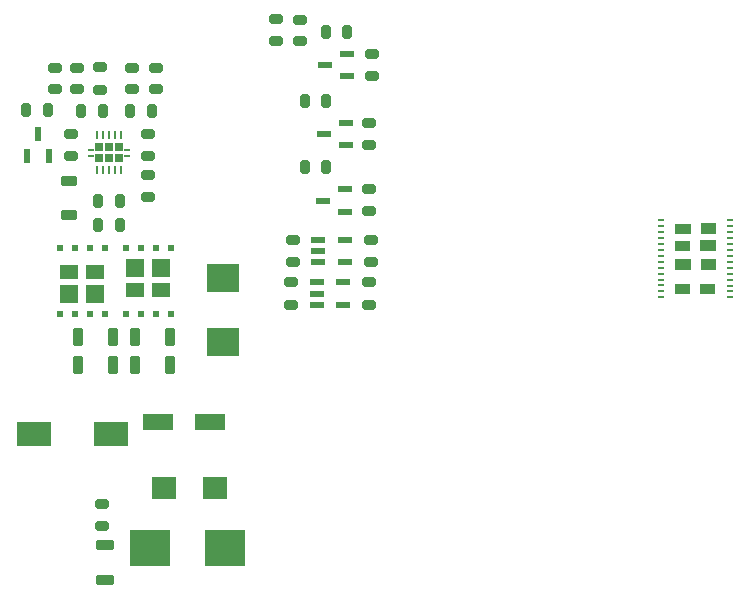
<source format=gtp>
G04 #@! TF.GenerationSoftware,KiCad,Pcbnew,7.0.7-7.0.7~ubuntu22.04.1*
G04 #@! TF.CreationDate,2023-10-23T09:56:04+02:00*
G04 #@! TF.ProjectId,bitaxeUltra,62697461-7865-4556-9c74-72612e6b6963,rev?*
G04 #@! TF.SameCoordinates,Original*
G04 #@! TF.FileFunction,Paste,Top*
G04 #@! TF.FilePolarity,Positive*
%FSLAX46Y46*%
G04 Gerber Fmt 4.6, Leading zero omitted, Abs format (unit mm)*
G04 Created by KiCad (PCBNEW 7.0.7-7.0.7~ubuntu22.04.1) date 2023-10-23 09:56:04*
%MOMM*%
%LPD*%
G01*
G04 APERTURE LIST*
G04 Aperture macros list*
%AMRoundRect*
0 Rectangle with rounded corners*
0 $1 Rounding radius*
0 $2 $3 $4 $5 $6 $7 $8 $9 X,Y pos of 4 corners*
0 Add a 4 corners polygon primitive as box body*
4,1,4,$2,$3,$4,$5,$6,$7,$8,$9,$2,$3,0*
0 Add four circle primitives for the rounded corners*
1,1,$1+$1,$2,$3*
1,1,$1+$1,$4,$5*
1,1,$1+$1,$6,$7*
1,1,$1+$1,$8,$9*
0 Add four rect primitives between the rounded corners*
20,1,$1+$1,$2,$3,$4,$5,0*
20,1,$1+$1,$4,$5,$6,$7,0*
20,1,$1+$1,$6,$7,$8,$9,0*
20,1,$1+$1,$8,$9,$2,$3,0*%
G04 Aperture macros list end*
%ADD10C,0.001000*%
%ADD11RoundRect,0.147500X-0.412500X0.262500X-0.412500X-0.262500X0.412500X-0.262500X0.412500X0.262500X0*%
%ADD12RoundRect,0.002500X0.237500X-0.587500X0.237500X0.587500X-0.237500X0.587500X-0.237500X-0.587500X0*%
%ADD13RoundRect,0.017500X-0.512500X-0.222500X0.512500X-0.222500X0.512500X0.222500X-0.512500X0.222500X0*%
%ADD14RoundRect,0.147500X0.262500X0.412500X-0.262500X0.412500X-0.262500X-0.412500X0.262500X-0.412500X0*%
%ADD15RoundRect,0.150000X-0.430000X0.250000X-0.430000X-0.250000X0.430000X-0.250000X0.430000X0.250000X0*%
%ADD16RoundRect,0.147500X0.412500X-0.262500X0.412500X0.262500X-0.412500X0.262500X-0.412500X-0.262500X0*%
%ADD17RoundRect,0.150000X0.250000X0.430000X-0.250000X0.430000X-0.250000X-0.430000X0.250000X-0.430000X0*%
%ADD18RoundRect,0.000000X1.200000X0.640000X-1.200000X0.640000X-1.200000X-0.640000X1.200000X-0.640000X0*%
%ADD19R,2.800000X2.360000*%
%ADD20RoundRect,0.135000X-0.325000X-0.585000X0.325000X-0.585000X0.325000X0.585000X-0.325000X0.585000X0*%
%ADD21RoundRect,0.000000X-1.000000X-0.920000X1.000000X-0.920000X1.000000X0.920000X-1.000000X0.920000X0*%
%ADD22RoundRect,0.137500X-0.562500X0.312500X-0.562500X-0.312500X0.562500X-0.312500X0.562500X0.312500X0*%
%ADD23RoundRect,0.135000X0.325000X0.585000X-0.325000X0.585000X-0.325000X-0.585000X0.325000X-0.585000X0*%
%ADD24RoundRect,0.002500X0.587500X0.237500X-0.587500X0.237500X-0.587500X-0.237500X0.587500X-0.237500X0*%
%ADD25R,1.570000X1.235000*%
%ADD26R,1.570000X1.585000*%
%ADD27R,0.490000X0.490000*%
%ADD28RoundRect,0.150000X-0.250000X-0.430000X0.250000X-0.430000X0.250000X0.430000X-0.250000X0.430000X0*%
%ADD29R,0.633600X0.176800*%
%ADD30RoundRect,0.147500X-0.262500X-0.412500X0.262500X-0.412500X0.262500X0.412500X-0.262500X0.412500X0*%
%ADD31RoundRect,0.000000X-1.400000X-1.000000X1.400000X-1.000000X1.400000X1.000000X-1.400000X1.000000X0*%
%ADD32RoundRect,0.135000X-0.585000X0.325000X-0.585000X-0.325000X0.585000X-0.325000X0.585000X0.325000X0*%
%ADD33RoundRect,0.150000X0.430000X-0.250000X0.430000X0.250000X-0.430000X0.250000X-0.430000X-0.250000X0*%
%ADD34R,3.396000X3.048000*%
%ADD35R,0.640000X0.640000*%
%ADD36R,0.224000X0.680000*%
%ADD37R,0.560000X0.224000*%
G04 APERTURE END LIST*
D10*
X233977000Y-84559000D02*
X232777000Y-84559000D01*
X232777000Y-84559000D02*
X232777000Y-83769000D01*
X232777000Y-83769000D02*
X233977000Y-83769000D01*
X233977000Y-83769000D02*
X233977000Y-84559000D01*
G36*
X233977000Y-84559000D02*
G01*
X232777000Y-84559000D01*
X232777000Y-83769000D01*
X233977000Y-83769000D01*
X233977000Y-84559000D01*
G37*
X233977000Y-81529000D02*
X232777000Y-81529000D01*
X232777000Y-81529000D02*
X232777000Y-80739000D01*
X232777000Y-80739000D02*
X233977000Y-80739000D01*
X233977000Y-80739000D02*
X233977000Y-81529000D01*
G36*
X233977000Y-81529000D02*
G01*
X232777000Y-81529000D01*
X232777000Y-80739000D01*
X233977000Y-80739000D01*
X233977000Y-81529000D01*
G37*
X233957000Y-82969000D02*
X232757000Y-82969000D01*
X232757000Y-82969000D02*
X232757000Y-82179000D01*
X232757000Y-82179000D02*
X233957000Y-82179000D01*
X233957000Y-82179000D02*
X233957000Y-82969000D01*
G36*
X233957000Y-82969000D02*
G01*
X232757000Y-82969000D01*
X232757000Y-82179000D01*
X233957000Y-82179000D01*
X233957000Y-82969000D01*
G37*
X233927000Y-86639000D02*
X232727000Y-86639000D01*
X232727000Y-86639000D02*
X232727000Y-85849000D01*
X232727000Y-85849000D02*
X233927000Y-85849000D01*
X233927000Y-85849000D02*
X233927000Y-86639000D01*
G36*
X233927000Y-86639000D02*
G01*
X232727000Y-86639000D01*
X232727000Y-85849000D01*
X233927000Y-85849000D01*
X233927000Y-86639000D01*
G37*
X231847000Y-84564000D02*
X230647000Y-84564000D01*
X230647000Y-84564000D02*
X230647000Y-83774000D01*
X230647000Y-83774000D02*
X231847000Y-83774000D01*
X231847000Y-83774000D02*
X231847000Y-84564000D01*
G36*
X231847000Y-84564000D02*
G01*
X230647000Y-84564000D01*
X230647000Y-83774000D01*
X231847000Y-83774000D01*
X231847000Y-84564000D01*
G37*
X231847000Y-81534000D02*
X230647000Y-81534000D01*
X230647000Y-81534000D02*
X230647000Y-80744000D01*
X230647000Y-80744000D02*
X231847000Y-80744000D01*
X231847000Y-80744000D02*
X231847000Y-81534000D01*
G36*
X231847000Y-81534000D02*
G01*
X230647000Y-81534000D01*
X230647000Y-80744000D01*
X231847000Y-80744000D01*
X231847000Y-81534000D01*
G37*
X231827000Y-82974000D02*
X230627000Y-82974000D01*
X230627000Y-82974000D02*
X230627000Y-82184000D01*
X230627000Y-82184000D02*
X231827000Y-82184000D01*
X231827000Y-82184000D02*
X231827000Y-82974000D01*
G36*
X231827000Y-82974000D02*
G01*
X230627000Y-82974000D01*
X230627000Y-82184000D01*
X231827000Y-82184000D01*
X231827000Y-82974000D01*
G37*
X231797000Y-86644000D02*
X230597000Y-86644000D01*
X230597000Y-86644000D02*
X230597000Y-85854000D01*
X230597000Y-85854000D02*
X231797000Y-85854000D01*
X231797000Y-85854000D02*
X231797000Y-86644000D01*
G36*
X231797000Y-86644000D02*
G01*
X230597000Y-86644000D01*
X230597000Y-85854000D01*
X231797000Y-85854000D01*
X231797000Y-86644000D01*
G37*
D11*
X204724000Y-72239500D03*
X204724000Y-74064500D03*
D12*
X175708000Y-75010700D03*
X177608000Y-75010700D03*
X176658000Y-73135700D03*
D13*
X200255500Y-85730000D03*
X200255500Y-86680000D03*
X200255500Y-87630000D03*
X202530500Y-87630000D03*
X202530500Y-85730000D03*
D14*
X183592200Y-78873800D03*
X181767200Y-78873800D03*
D15*
X185949314Y-76636937D03*
X185949314Y-78536937D03*
D14*
X177519700Y-71126800D03*
X175694700Y-71126800D03*
D16*
X198882000Y-65325000D03*
X198882000Y-63500000D03*
D17*
X186360800Y-71201337D03*
X184460800Y-71201337D03*
D18*
X191222200Y-97572300D03*
X186822200Y-97572300D03*
D11*
X184648800Y-67545637D03*
X184648800Y-69370637D03*
D19*
X192331700Y-85325400D03*
X192331700Y-90775400D03*
D11*
X186630000Y-67545637D03*
X186630000Y-69370637D03*
D20*
X180034500Y-90354600D03*
X182984500Y-90354600D03*
D21*
X187334000Y-103124000D03*
X191634000Y-103124000D03*
D22*
X179294514Y-77104837D03*
X179294514Y-80029837D03*
D11*
X178075314Y-67545637D03*
X178075314Y-69370637D03*
D23*
X187814100Y-92742200D03*
X184864100Y-92742200D03*
D14*
X201094250Y-70358000D03*
X199269250Y-70358000D03*
D11*
X180005714Y-67545637D03*
X180005714Y-69370637D03*
D14*
X201094250Y-75946000D03*
X199269250Y-75946000D03*
D15*
X204827500Y-82108000D03*
X204827500Y-84008000D03*
D24*
X202692000Y-79756000D03*
X202692000Y-77856000D03*
X200817000Y-78806000D03*
D25*
X181512200Y-84807300D03*
X179322200Y-84807300D03*
D26*
X181512200Y-86717300D03*
X179322200Y-86717300D03*
D27*
X182322200Y-82804800D03*
X181052200Y-82804800D03*
X179782200Y-82804800D03*
X178512200Y-82804800D03*
X182322200Y-88404800D03*
X181052200Y-88404800D03*
X179782200Y-88404800D03*
X178512200Y-88404800D03*
D25*
X184910200Y-86402300D03*
X187100200Y-86402300D03*
D26*
X184910200Y-84492300D03*
X187100200Y-84492300D03*
D27*
X184100200Y-88404800D03*
X185370200Y-88404800D03*
X186640200Y-88404800D03*
X187910200Y-88404800D03*
X184100200Y-82804800D03*
X185370200Y-82804800D03*
X186640200Y-82804800D03*
X187910200Y-82804800D03*
D28*
X181729700Y-80905800D03*
X183629700Y-80905800D03*
D15*
X179452000Y-73123200D03*
X179452000Y-75023200D03*
X198091000Y-85730000D03*
X198091000Y-87630000D03*
D11*
X182118000Y-104497500D03*
X182118000Y-106322500D03*
D15*
X198223500Y-82108000D03*
X198223500Y-84008000D03*
D29*
X235263000Y-86997000D03*
X235263000Y-86495000D03*
X235263000Y-85993000D03*
X235263000Y-85491000D03*
X235263000Y-84989000D03*
X235263000Y-84487000D03*
X235263000Y-83985000D03*
X235263000Y-83483000D03*
X235263000Y-82981000D03*
X235263000Y-82479000D03*
X235263000Y-81977000D03*
X235263000Y-81475000D03*
X235263000Y-80973000D03*
X235263000Y-80471000D03*
X229431000Y-80484000D03*
X229431000Y-80984000D03*
X229431000Y-81484000D03*
X229431000Y-81984000D03*
X229431000Y-82484000D03*
X229431000Y-82981000D03*
X229431000Y-83484000D03*
X229431000Y-83985000D03*
X229431000Y-84487000D03*
X229431000Y-84989000D03*
X229431000Y-85491000D03*
X229431000Y-85984000D03*
X229431000Y-86495000D03*
X229431000Y-86984000D03*
D30*
X201017500Y-64516000D03*
X202842500Y-64516000D03*
D31*
X176374200Y-98552000D03*
X182874200Y-98552000D03*
D16*
X196850000Y-65278000D03*
X196850000Y-63453000D03*
D32*
X182372000Y-107999000D03*
X182372000Y-110949000D03*
D15*
X204695000Y-85730000D03*
X204695000Y-87630000D03*
D33*
X181936114Y-69408137D03*
X181936114Y-67508137D03*
D20*
X180034500Y-92742200D03*
X182984500Y-92742200D03*
D23*
X187814100Y-90354600D03*
X184864100Y-90354600D03*
D34*
X186157000Y-108204000D03*
X192532000Y-108204000D03*
D24*
X202789000Y-74102000D03*
X202789000Y-72202000D03*
X200914000Y-73152000D03*
D13*
X200388000Y-82108000D03*
X200388000Y-83058000D03*
X200388000Y-84008000D03*
X202663000Y-84008000D03*
X202663000Y-82108000D03*
D35*
X183561714Y-74254537D03*
X182701714Y-74254537D03*
X181841714Y-74254537D03*
X183561714Y-75214537D03*
X182701714Y-75214537D03*
X181841714Y-75214537D03*
D36*
X183701714Y-73259537D03*
X183201714Y-73259537D03*
X182701714Y-73259537D03*
X182201714Y-73259537D03*
X181701714Y-73259537D03*
X181701714Y-76209537D03*
X182201714Y-76209537D03*
X182701714Y-76209537D03*
X183201714Y-76209537D03*
X183701714Y-76209537D03*
D37*
X184251714Y-74484537D03*
X181151714Y-74484537D03*
X184251714Y-74984537D03*
X181151714Y-74984537D03*
D24*
X202867500Y-68260000D03*
X202867500Y-66360000D03*
X200992500Y-67310000D03*
D17*
X182190114Y-71201337D03*
X180290114Y-71201337D03*
D11*
X204724000Y-77827500D03*
X204724000Y-79652500D03*
D15*
X185949314Y-73146937D03*
X185949314Y-75046937D03*
D11*
X204978000Y-66397500D03*
X204978000Y-68222500D03*
M02*

</source>
